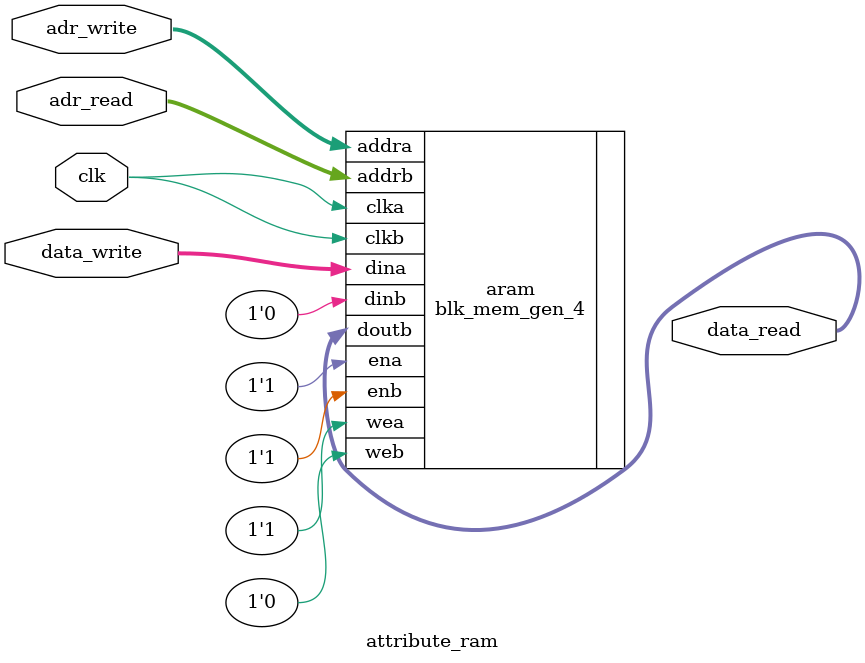
<source format=sv>
`timescale 1ns / 1ps


module attribute_ram(

    input  logic         clk,
    input  logic [ 9:0]  adr_write,
    input  logic [ 9:0]  adr_read,
    input  logic [20:0]  data_write,
    output logic [20:0]  data_read

    );
    
    blk_mem_gen_4 aram(
        // Write
        .addra(adr_write),
        .dina(data_write),
        
        // Read
        .addrb(adr_read),
        .doutb(data_read),
        
        .clka(clk),
        .clkb(clk),
        .wea('1),
        
        .ena('1),
        .enb('1),
        .web('0),
        
        .dinb('0)
    );
    
endmodule

</source>
